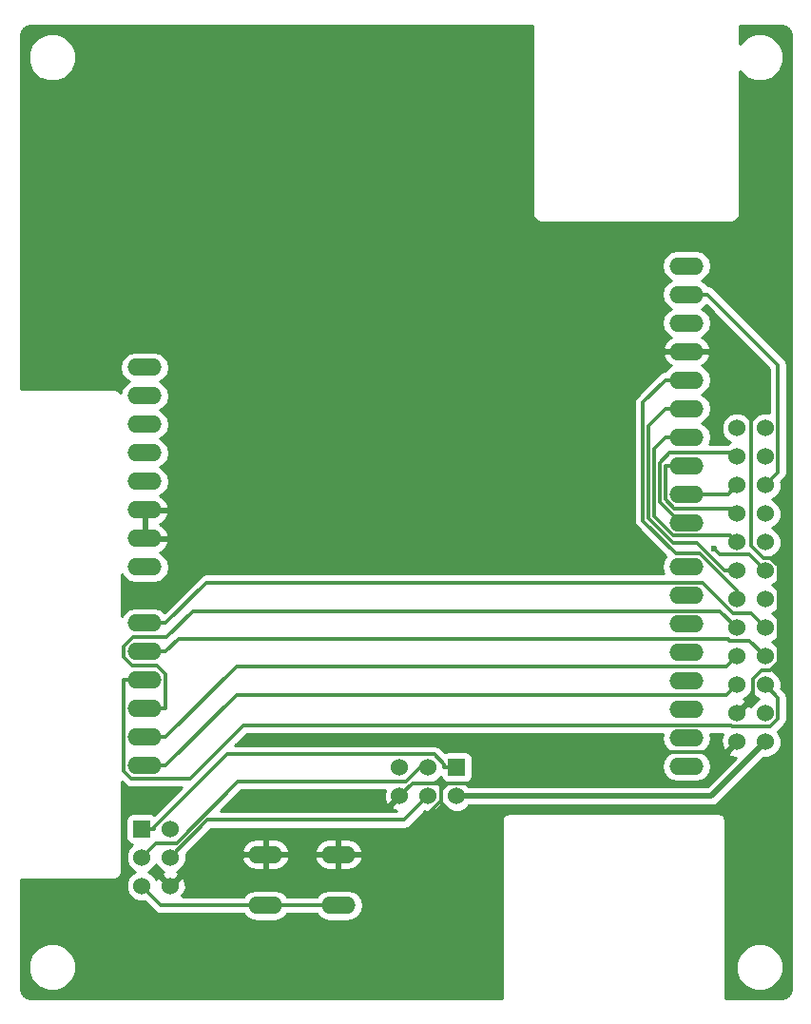
<source format=gbl>
G04 #@! TF.FileFunction,Copper,L2,Bot,Signal*
%FSLAX46Y46*%
G04 Gerber Fmt 4.6, Leading zero omitted, Abs format (unit mm)*
G04 Created by KiCad (PCBNEW 4.0.1-stable) date 2017/06/17 1:05:47*
%MOMM*%
G01*
G04 APERTURE LIST*
%ADD10C,0.050000*%
%ADD11R,1.524000X1.524000*%
%ADD12C,1.524000*%
%ADD13O,3.048000X1.524000*%
%ADD14C,0.600000*%
%ADD15C,0.500000*%
%ADD16C,0.300000*%
%ADD17C,0.254000*%
G04 APERTURE END LIST*
D10*
D11*
X118230000Y-122210000D03*
D12*
X120770000Y-122210000D03*
X118230000Y-124750000D03*
X120770000Y-124750000D03*
X118230000Y-127290000D03*
X120770000Y-127290000D03*
D13*
X118500000Y-103900000D03*
X118500000Y-106440000D03*
X118500000Y-108980000D03*
X118500000Y-111520000D03*
X118500000Y-114060000D03*
X118500000Y-116600000D03*
X129248800Y-124489400D03*
X135751200Y-124489400D03*
X129248800Y-129010600D03*
X135751200Y-129010600D03*
D12*
X171230000Y-86530000D03*
X173770000Y-86530000D03*
X171230000Y-89070000D03*
X173770000Y-89070000D03*
X171230000Y-91610000D03*
X173770000Y-91610000D03*
X171230000Y-94150000D03*
X173770000Y-94150000D03*
X171230000Y-96690000D03*
X173770000Y-96690000D03*
X171230000Y-99230000D03*
X173770000Y-99230000D03*
X171230000Y-101770000D03*
X173770000Y-101770000D03*
X171230000Y-104310000D03*
X173770000Y-104310000D03*
X171230000Y-106850000D03*
X173770000Y-106850000D03*
X171230000Y-109390000D03*
X173770000Y-109390000D03*
X171230000Y-111930000D03*
X173770000Y-111930000D03*
X171230000Y-114470000D03*
X173770000Y-114470000D03*
D13*
X118500000Y-81110000D03*
X118500000Y-83650000D03*
X118500000Y-86190000D03*
X118500000Y-88730000D03*
X118500000Y-91270000D03*
X118500000Y-93810000D03*
X118500000Y-96350000D03*
X118500000Y-98890000D03*
D11*
X146290000Y-116730000D03*
D12*
X146290000Y-119270000D03*
X143750000Y-116730000D03*
X143750000Y-119270000D03*
X141210000Y-116730000D03*
X141210000Y-119270000D03*
D13*
X166750000Y-72070000D03*
X166750000Y-74610000D03*
X166750000Y-77150000D03*
X166750000Y-79690000D03*
X166750000Y-82230000D03*
X166750000Y-84770000D03*
X166750000Y-87310000D03*
X166750000Y-89850000D03*
X166750000Y-92390000D03*
X166750000Y-94930000D03*
X166750000Y-116640000D03*
X166750000Y-114100000D03*
X166750000Y-111560000D03*
X166750000Y-109020000D03*
X166750000Y-106480000D03*
X166750000Y-103940000D03*
X166750000Y-101400000D03*
X166750000Y-98860000D03*
D14*
X169195300Y-97263300D03*
D15*
X168970000Y-119270000D02*
X146290000Y-119270000D01*
X173770000Y-114470000D02*
X168970000Y-119270000D01*
D16*
X123570600Y-124489400D02*
X120770000Y-127290000D01*
X129248800Y-124489400D02*
X123570600Y-124489400D01*
X149341000Y-118153800D02*
X144872200Y-118153800D01*
X152124800Y-115370000D02*
X149341000Y-118153800D01*
X170330000Y-115370000D02*
X152124800Y-115370000D01*
X171230000Y-114470000D02*
X170330000Y-115370000D01*
X142326200Y-118153800D02*
X141210000Y-119270000D01*
X144872200Y-118153800D02*
X142326200Y-118153800D01*
X129248800Y-124489400D02*
X135751200Y-124489400D01*
X144872200Y-119722700D02*
X144872200Y-118153800D01*
X140105500Y-124489400D02*
X144872200Y-119722700D01*
X135751200Y-124489400D02*
X140105500Y-124489400D01*
X172500000Y-83565700D02*
X168624300Y-79690000D01*
X172500000Y-97027300D02*
X172500000Y-83565700D01*
X173590300Y-98117600D02*
X172500000Y-97027300D01*
X174230700Y-98117600D02*
X173590300Y-98117600D01*
X174931200Y-98818100D02*
X174230700Y-98117600D01*
X174931200Y-107343500D02*
X174931200Y-98818100D01*
X174154700Y-108120000D02*
X174931200Y-107343500D01*
X173426800Y-108120000D02*
X174154700Y-108120000D01*
X172657600Y-108889200D02*
X173426800Y-108120000D01*
X172657600Y-110502400D02*
X172657600Y-108889200D01*
X171230000Y-111930000D02*
X172657600Y-110502400D01*
X166750000Y-79690000D02*
X168624300Y-79690000D01*
X170862500Y-88702500D02*
X171230000Y-89070000D01*
X165249700Y-88702500D02*
X170862500Y-88702500D01*
X164352400Y-89599800D02*
X165249700Y-88702500D01*
X164352400Y-93078400D02*
X164352400Y-89599800D01*
X166204000Y-94930000D02*
X164352400Y-93078400D01*
X166750000Y-94930000D02*
X166204000Y-94930000D01*
X170450000Y-92390000D02*
X171230000Y-91610000D01*
X166750000Y-92390000D02*
X170450000Y-92390000D01*
X174906000Y-80891700D02*
X168624300Y-74610000D01*
X174906000Y-90474000D02*
X174906000Y-80891700D01*
X173770000Y-91610000D02*
X174906000Y-90474000D01*
X166750000Y-74610000D02*
X168624300Y-74610000D01*
X166750000Y-89850000D02*
X164875700Y-89850000D01*
X164875700Y-92857300D02*
X164875700Y-89850000D01*
X165678300Y-93659900D02*
X164875700Y-92857300D01*
X170740000Y-93659900D02*
X165678300Y-93659900D01*
X170740000Y-93660000D02*
X170740000Y-93659900D01*
X171230000Y-94150000D02*
X170740000Y-93660000D01*
X166750000Y-87310000D02*
X164875700Y-87310000D01*
X163852100Y-88333600D02*
X164875700Y-87310000D01*
X163852100Y-94368200D02*
X163852100Y-88333600D01*
X165560000Y-96076100D02*
X163852100Y-94368200D01*
X170616100Y-96076100D02*
X165560000Y-96076100D01*
X171230000Y-96690000D02*
X170616100Y-96076100D01*
X166750000Y-84770000D02*
X164875700Y-84770000D01*
X170164300Y-99230000D02*
X171230000Y-99230000D01*
X167711900Y-96777600D02*
X170164300Y-99230000D01*
X165553900Y-96777600D02*
X167711900Y-96777600D01*
X163351800Y-94575500D02*
X165553900Y-96777600D01*
X163351800Y-86293900D02*
X163351800Y-94575500D01*
X164875700Y-84770000D02*
X163351800Y-86293900D01*
X169734400Y-97802400D02*
X169195300Y-97263300D01*
X172342400Y-97802400D02*
X169734400Y-97802400D01*
X173770000Y-99230000D02*
X172342400Y-97802400D01*
X166750000Y-82230000D02*
X164875700Y-82230000D01*
X171230000Y-101003100D02*
X171230000Y-101770000D01*
X171229900Y-101003100D02*
X171230000Y-101003100D01*
X167941400Y-97714600D02*
X171229900Y-101003100D01*
X165783400Y-97714600D02*
X167941400Y-97714600D01*
X162851500Y-94782700D02*
X165783400Y-97714600D01*
X162851500Y-84254200D02*
X162851500Y-94782700D01*
X164875700Y-82230000D02*
X162851500Y-84254200D01*
X118500000Y-111520000D02*
X120374300Y-111520000D01*
X169731200Y-102811200D02*
X171230000Y-104310000D01*
X122782400Y-102811200D02*
X169731200Y-102811200D01*
X120423600Y-105170000D02*
X122782400Y-102811200D01*
X117425100Y-105170000D02*
X120423600Y-105170000D01*
X116625600Y-105969500D02*
X117425100Y-105170000D01*
X116625600Y-106916500D02*
X116625600Y-105969500D01*
X117365600Y-107656500D02*
X116625600Y-106916500D01*
X119566000Y-107656500D02*
X117365600Y-107656500D01*
X120374300Y-108464800D02*
X119566000Y-107656500D01*
X120374300Y-111520000D02*
X120374300Y-108464800D01*
X123992400Y-100281900D02*
X120374300Y-103900000D01*
X168144500Y-100281900D02*
X123992400Y-100281900D01*
X170902600Y-103040000D02*
X168144500Y-100281900D01*
X172500000Y-103040000D02*
X170902600Y-103040000D01*
X173770000Y-104310000D02*
X172500000Y-103040000D01*
X118500000Y-103900000D02*
X120374300Y-103900000D01*
X126684300Y-107750000D02*
X120374300Y-114060000D01*
X170330000Y-107750000D02*
X126684300Y-107750000D01*
X171230000Y-106850000D02*
X170330000Y-107750000D01*
X118500000Y-114060000D02*
X120374300Y-114060000D01*
X121498300Y-105316000D02*
X120374300Y-106440000D01*
X170436100Y-105316000D02*
X121498300Y-105316000D01*
X170546200Y-105426100D02*
X170436100Y-105316000D01*
X172346100Y-105426100D02*
X170546200Y-105426100D01*
X173770000Y-106850000D02*
X172346100Y-105426100D01*
X118500000Y-106440000D02*
X120374300Y-106440000D01*
X126684300Y-110290000D02*
X120374300Y-116600000D01*
X170330000Y-110290000D02*
X126684300Y-110290000D01*
X171230000Y-109390000D02*
X170330000Y-110290000D01*
X118500000Y-116600000D02*
X120374300Y-116600000D01*
X116625700Y-117085000D02*
X116625700Y-108980000D01*
X117280200Y-117739500D02*
X116625700Y-117085000D01*
X122507500Y-117739500D02*
X117280200Y-117739500D01*
X127268800Y-112978200D02*
X122507500Y-117739500D01*
X170705000Y-112978200D02*
X127268800Y-112978200D01*
X170779100Y-113052300D02*
X170705000Y-112978200D01*
X174227000Y-113052300D02*
X170779100Y-113052300D01*
X174903600Y-112375700D02*
X174227000Y-113052300D01*
X174903600Y-110523600D02*
X174903600Y-112375700D01*
X173770000Y-109390000D02*
X174903600Y-110523600D01*
X118500000Y-108980000D02*
X116625700Y-108980000D01*
X146290000Y-116730000D02*
X145177700Y-116730000D01*
X118230000Y-122210000D02*
X119342300Y-122210000D01*
X145177700Y-116451900D02*
X145177700Y-116730000D01*
X144304400Y-115578600D02*
X145177700Y-116451900D01*
X125828200Y-115578600D02*
X144304400Y-115578600D01*
X119342300Y-122064500D02*
X125828200Y-115578600D01*
X119342300Y-122210000D02*
X119342300Y-122064500D01*
X119500000Y-123480000D02*
X118230000Y-124750000D01*
X121332300Y-123480000D02*
X119500000Y-123480000D01*
X126812300Y-118000000D02*
X121332300Y-123480000D01*
X141772300Y-118000000D02*
X126812300Y-118000000D01*
X143042300Y-116730000D02*
X141772300Y-118000000D01*
X143750000Y-116730000D02*
X143042300Y-116730000D01*
X141600000Y-121420000D02*
X143750000Y-119270000D01*
X124100000Y-121420000D02*
X141600000Y-121420000D01*
X120770000Y-124750000D02*
X124100000Y-121420000D01*
X135751200Y-129010600D02*
X129248800Y-129010600D01*
X119950600Y-129010600D02*
X118230000Y-127290000D01*
X129248800Y-129010600D02*
X119950600Y-129010600D01*
D17*
G36*
X153040000Y-67500000D02*
X153094046Y-67771705D01*
X153247954Y-68002046D01*
X153478295Y-68155954D01*
X153750000Y-68210000D01*
X170750000Y-68210000D01*
X171021705Y-68155954D01*
X171252046Y-68002046D01*
X171405954Y-67771705D01*
X171460000Y-67500000D01*
X171460000Y-54728857D01*
X172039041Y-55308909D01*
X172823459Y-55634628D01*
X173672815Y-55635370D01*
X174457800Y-55311020D01*
X175058909Y-54710959D01*
X175384628Y-53926541D01*
X175385370Y-53077185D01*
X175061020Y-52292200D01*
X174460959Y-51691091D01*
X173676541Y-51365372D01*
X172827185Y-51364630D01*
X172042200Y-51688980D01*
X171460000Y-52270165D01*
X171460000Y-50710000D01*
X175180073Y-50710000D01*
X175546996Y-50782986D01*
X175798780Y-50951223D01*
X175967014Y-51203003D01*
X176040000Y-51569927D01*
X176040000Y-136430073D01*
X175967014Y-136796997D01*
X175798780Y-137048777D01*
X175546996Y-137217014D01*
X175180073Y-137290000D01*
X170210000Y-137290000D01*
X170210000Y-134922815D01*
X171114630Y-134922815D01*
X171438980Y-135707800D01*
X172039041Y-136308909D01*
X172823459Y-136634628D01*
X173672815Y-136635370D01*
X174457800Y-136311020D01*
X175058909Y-135710959D01*
X175384628Y-134926541D01*
X175385370Y-134077185D01*
X175061020Y-133292200D01*
X174460959Y-132691091D01*
X173676541Y-132365372D01*
X172827185Y-132364630D01*
X172042200Y-132688980D01*
X171441091Y-133289041D01*
X171115372Y-134073459D01*
X171114630Y-134922815D01*
X170210000Y-134922815D01*
X170210000Y-121500000D01*
X170155954Y-121228295D01*
X170002046Y-120997954D01*
X169771705Y-120844046D01*
X169500000Y-120790000D01*
X151000000Y-120790000D01*
X150728295Y-120844046D01*
X150497954Y-120997954D01*
X150344046Y-121228295D01*
X150290000Y-121500000D01*
X150290000Y-137290000D01*
X108319927Y-137290000D01*
X107953003Y-137217014D01*
X107701223Y-137048780D01*
X107532986Y-136796996D01*
X107460000Y-136430073D01*
X107460000Y-134922815D01*
X108114630Y-134922815D01*
X108438980Y-135707800D01*
X109039041Y-136308909D01*
X109823459Y-136634628D01*
X110672815Y-136635370D01*
X111457800Y-136311020D01*
X112058909Y-135710959D01*
X112384628Y-134926541D01*
X112385370Y-134077185D01*
X112061020Y-133292200D01*
X111460959Y-132691091D01*
X110676541Y-132365372D01*
X109827185Y-132364630D01*
X109042200Y-132688980D01*
X108441091Y-133289041D01*
X108115372Y-134073459D01*
X108114630Y-134922815D01*
X107460000Y-134922815D01*
X107460000Y-126710000D01*
X115750000Y-126710000D01*
X116021705Y-126655954D01*
X116252046Y-126502046D01*
X116405954Y-126271705D01*
X116460000Y-126000000D01*
X116460000Y-118029458D01*
X116725121Y-118294579D01*
X116979794Y-118464745D01*
X117280200Y-118524500D01*
X121772142Y-118524500D01*
X119363409Y-120933233D01*
X119243890Y-120851569D01*
X118992000Y-120800560D01*
X117468000Y-120800560D01*
X117232683Y-120844838D01*
X117016559Y-120983910D01*
X116871569Y-121196110D01*
X116820560Y-121448000D01*
X116820560Y-122972000D01*
X116864838Y-123207317D01*
X117003910Y-123423441D01*
X117216110Y-123568431D01*
X117399124Y-123605492D01*
X117046371Y-123957630D01*
X116833243Y-124470900D01*
X116832758Y-125026661D01*
X117044990Y-125540303D01*
X117437630Y-125933629D01*
X117645512Y-126019949D01*
X117439697Y-126104990D01*
X117046371Y-126497630D01*
X116833243Y-127010900D01*
X116832758Y-127566661D01*
X117044990Y-128080303D01*
X117437630Y-128473629D01*
X117950900Y-128686757D01*
X118506661Y-128687242D01*
X118514037Y-128684195D01*
X119395521Y-129565679D01*
X119650194Y-129735845D01*
X119950600Y-129795600D01*
X127321149Y-129795600D01*
X127456675Y-129998428D01*
X127909894Y-130301260D01*
X128444503Y-130407600D01*
X130053097Y-130407600D01*
X130587706Y-130301260D01*
X131040925Y-129998428D01*
X131176451Y-129795600D01*
X133823549Y-129795600D01*
X133959075Y-129998428D01*
X134412294Y-130301260D01*
X134946903Y-130407600D01*
X136555497Y-130407600D01*
X137090106Y-130301260D01*
X137543325Y-129998428D01*
X137846157Y-129545209D01*
X137952497Y-129010600D01*
X137846157Y-128475991D01*
X137543325Y-128022772D01*
X137090106Y-127719940D01*
X136555497Y-127613600D01*
X134946903Y-127613600D01*
X134412294Y-127719940D01*
X133959075Y-128022772D01*
X133823549Y-128225600D01*
X131176451Y-128225600D01*
X131040925Y-128022772D01*
X130587706Y-127719940D01*
X130053097Y-127613600D01*
X128444503Y-127613600D01*
X127909894Y-127719940D01*
X127456675Y-128022772D01*
X127321149Y-128225600D01*
X121845244Y-128225600D01*
X121865226Y-128205618D01*
X121750215Y-128090607D01*
X121992397Y-128021143D01*
X122179144Y-127497698D01*
X122151362Y-126942632D01*
X121992397Y-126558857D01*
X121750213Y-126489392D01*
X120949605Y-127290000D01*
X120963748Y-127304143D01*
X120784143Y-127483748D01*
X120770000Y-127469605D01*
X120755858Y-127483748D01*
X120576253Y-127304143D01*
X120590395Y-127290000D01*
X119789787Y-126489392D01*
X119547603Y-126558857D01*
X119497491Y-126699318D01*
X119415010Y-126499697D01*
X119022370Y-126106371D01*
X118814488Y-126020051D01*
X119020303Y-125935010D01*
X119413629Y-125542370D01*
X119499949Y-125334488D01*
X119584990Y-125540303D01*
X119977630Y-125933629D01*
X120169727Y-126013395D01*
X120038857Y-126067603D01*
X119969392Y-126309787D01*
X120770000Y-127110395D01*
X121570608Y-126309787D01*
X121501143Y-126067603D01*
X121360682Y-126017491D01*
X121560303Y-125935010D01*
X121953629Y-125542370D01*
X122166757Y-125029100D01*
X122166928Y-124832470D01*
X127132580Y-124832470D01*
X127147540Y-124906677D01*
X127409170Y-125387426D01*
X127834859Y-125731459D01*
X128359800Y-125886400D01*
X129121800Y-125886400D01*
X129121800Y-124616400D01*
X129375800Y-124616400D01*
X129375800Y-125886400D01*
X130137800Y-125886400D01*
X130662741Y-125731459D01*
X131088430Y-125387426D01*
X131350060Y-124906677D01*
X131365020Y-124832470D01*
X133634980Y-124832470D01*
X133649940Y-124906677D01*
X133911570Y-125387426D01*
X134337259Y-125731459D01*
X134862200Y-125886400D01*
X135624200Y-125886400D01*
X135624200Y-124616400D01*
X135878200Y-124616400D01*
X135878200Y-125886400D01*
X136640200Y-125886400D01*
X137165141Y-125731459D01*
X137590830Y-125387426D01*
X137852460Y-124906677D01*
X137867420Y-124832470D01*
X137744920Y-124616400D01*
X135878200Y-124616400D01*
X135624200Y-124616400D01*
X133757480Y-124616400D01*
X133634980Y-124832470D01*
X131365020Y-124832470D01*
X131242520Y-124616400D01*
X129375800Y-124616400D01*
X129121800Y-124616400D01*
X127255080Y-124616400D01*
X127132580Y-124832470D01*
X122166928Y-124832470D01*
X122167242Y-124473339D01*
X122164195Y-124465963D01*
X122483828Y-124146330D01*
X127132580Y-124146330D01*
X127255080Y-124362400D01*
X129121800Y-124362400D01*
X129121800Y-123092400D01*
X129375800Y-123092400D01*
X129375800Y-124362400D01*
X131242520Y-124362400D01*
X131365020Y-124146330D01*
X133634980Y-124146330D01*
X133757480Y-124362400D01*
X135624200Y-124362400D01*
X135624200Y-123092400D01*
X135878200Y-123092400D01*
X135878200Y-124362400D01*
X137744920Y-124362400D01*
X137867420Y-124146330D01*
X137852460Y-124072123D01*
X137590830Y-123591374D01*
X137165141Y-123247341D01*
X136640200Y-123092400D01*
X135878200Y-123092400D01*
X135624200Y-123092400D01*
X134862200Y-123092400D01*
X134337259Y-123247341D01*
X133911570Y-123591374D01*
X133649940Y-124072123D01*
X133634980Y-124146330D01*
X131365020Y-124146330D01*
X131350060Y-124072123D01*
X131088430Y-123591374D01*
X130662741Y-123247341D01*
X130137800Y-123092400D01*
X129375800Y-123092400D01*
X129121800Y-123092400D01*
X128359800Y-123092400D01*
X127834859Y-123247341D01*
X127409170Y-123591374D01*
X127147540Y-124072123D01*
X127132580Y-124146330D01*
X122483828Y-124146330D01*
X124425158Y-122205000D01*
X141600000Y-122205000D01*
X141900407Y-122145245D01*
X142155079Y-121975079D01*
X143465601Y-120664557D01*
X143470900Y-120666757D01*
X144026661Y-120667242D01*
X144540303Y-120455010D01*
X144933629Y-120062370D01*
X145019949Y-119854488D01*
X145104990Y-120060303D01*
X145497630Y-120453629D01*
X146010900Y-120666757D01*
X146566661Y-120667242D01*
X147080303Y-120455010D01*
X147380837Y-120155000D01*
X168969995Y-120155000D01*
X168970000Y-120155001D01*
X169252484Y-120098810D01*
X169308675Y-120087633D01*
X169595790Y-119895790D01*
X173624705Y-115866874D01*
X174046661Y-115867242D01*
X174560303Y-115655010D01*
X174953629Y-115262370D01*
X175166757Y-114749100D01*
X175167242Y-114193339D01*
X174955010Y-113679697D01*
X174832493Y-113556965D01*
X175458679Y-112930779D01*
X175628845Y-112676106D01*
X175688600Y-112375700D01*
X175688600Y-110523600D01*
X175628845Y-110223194D01*
X175458679Y-109968521D01*
X175458676Y-109968519D01*
X175164557Y-109674399D01*
X175166757Y-109669100D01*
X175167242Y-109113339D01*
X174955010Y-108599697D01*
X174562370Y-108206371D01*
X174354488Y-108120051D01*
X174560303Y-108035010D01*
X174953629Y-107642370D01*
X175166757Y-107129100D01*
X175167242Y-106573339D01*
X174955010Y-106059697D01*
X174562370Y-105666371D01*
X174354488Y-105580051D01*
X174560303Y-105495010D01*
X174953629Y-105102370D01*
X175166757Y-104589100D01*
X175167242Y-104033339D01*
X174955010Y-103519697D01*
X174562370Y-103126371D01*
X174354488Y-103040051D01*
X174560303Y-102955010D01*
X174953629Y-102562370D01*
X175166757Y-102049100D01*
X175167242Y-101493339D01*
X174955010Y-100979697D01*
X174562370Y-100586371D01*
X174354488Y-100500051D01*
X174560303Y-100415010D01*
X174953629Y-100022370D01*
X175166757Y-99509100D01*
X175167242Y-98953339D01*
X174955010Y-98439697D01*
X174562370Y-98046371D01*
X174354488Y-97960051D01*
X174560303Y-97875010D01*
X174953629Y-97482370D01*
X175166757Y-96969100D01*
X175167242Y-96413339D01*
X174955010Y-95899697D01*
X174562370Y-95506371D01*
X174354488Y-95420051D01*
X174560303Y-95335010D01*
X174953629Y-94942370D01*
X175166757Y-94429100D01*
X175167242Y-93873339D01*
X174955010Y-93359697D01*
X174562370Y-92966371D01*
X174354488Y-92880051D01*
X174560303Y-92795010D01*
X174953629Y-92402370D01*
X175166757Y-91889100D01*
X175167242Y-91333339D01*
X175164195Y-91325963D01*
X175461079Y-91029079D01*
X175631245Y-90774406D01*
X175691001Y-90474000D01*
X175691000Y-90473995D01*
X175691000Y-80891700D01*
X175631245Y-80591294D01*
X175631245Y-80591293D01*
X175461079Y-80336621D01*
X169179379Y-74054921D01*
X168924707Y-73884755D01*
X168685828Y-73837239D01*
X168542125Y-73622172D01*
X168119826Y-73340000D01*
X168542125Y-73057828D01*
X168844957Y-72604609D01*
X168951297Y-72070000D01*
X168844957Y-71535391D01*
X168542125Y-71082172D01*
X168088906Y-70779340D01*
X167554297Y-70673000D01*
X165945703Y-70673000D01*
X165411094Y-70779340D01*
X164957875Y-71082172D01*
X164655043Y-71535391D01*
X164548703Y-72070000D01*
X164655043Y-72604609D01*
X164957875Y-73057828D01*
X165380174Y-73340000D01*
X164957875Y-73622172D01*
X164655043Y-74075391D01*
X164548703Y-74610000D01*
X164655043Y-75144609D01*
X164957875Y-75597828D01*
X165380174Y-75880000D01*
X164957875Y-76162172D01*
X164655043Y-76615391D01*
X164548703Y-77150000D01*
X164655043Y-77684609D01*
X164957875Y-78137828D01*
X165395662Y-78430349D01*
X165336059Y-78447941D01*
X164910370Y-78791974D01*
X164648740Y-79272723D01*
X164633780Y-79346930D01*
X164756280Y-79563000D01*
X166623000Y-79563000D01*
X166623000Y-79543000D01*
X166877000Y-79543000D01*
X166877000Y-79563000D01*
X168743720Y-79563000D01*
X168866220Y-79346930D01*
X168851260Y-79272723D01*
X168589630Y-78791974D01*
X168163941Y-78447941D01*
X168104338Y-78430349D01*
X168542125Y-78137828D01*
X168844957Y-77684609D01*
X168951297Y-77150000D01*
X168844957Y-76615391D01*
X168542125Y-76162172D01*
X168119826Y-75880000D01*
X168518054Y-75613912D01*
X174121000Y-81216858D01*
X174121000Y-85163098D01*
X174049100Y-85133243D01*
X173493339Y-85132758D01*
X172979697Y-85344990D01*
X172586371Y-85737630D01*
X172500051Y-85945512D01*
X172415010Y-85739697D01*
X172022370Y-85346371D01*
X171509100Y-85133243D01*
X170953339Y-85132758D01*
X170439697Y-85344990D01*
X170046371Y-85737630D01*
X169833243Y-86250900D01*
X169832758Y-86806661D01*
X170044990Y-87320303D01*
X170437630Y-87713629D01*
X170645512Y-87799949D01*
X170439697Y-87884990D01*
X170407130Y-87917500D01*
X168796253Y-87917500D01*
X168844957Y-87844609D01*
X168951297Y-87310000D01*
X168844957Y-86775391D01*
X168542125Y-86322172D01*
X168119826Y-86040000D01*
X168542125Y-85757828D01*
X168844957Y-85304609D01*
X168951297Y-84770000D01*
X168844957Y-84235391D01*
X168542125Y-83782172D01*
X168119826Y-83500000D01*
X168542125Y-83217828D01*
X168844957Y-82764609D01*
X168951297Y-82230000D01*
X168844957Y-81695391D01*
X168542125Y-81242172D01*
X168104338Y-80949651D01*
X168163941Y-80932059D01*
X168589630Y-80588026D01*
X168851260Y-80107277D01*
X168866220Y-80033070D01*
X168743720Y-79817000D01*
X166877000Y-79817000D01*
X166877000Y-79837000D01*
X166623000Y-79837000D01*
X166623000Y-79817000D01*
X164756280Y-79817000D01*
X164633780Y-80033070D01*
X164648740Y-80107277D01*
X164910370Y-80588026D01*
X165336059Y-80932059D01*
X165395662Y-80949651D01*
X164957875Y-81242172D01*
X164814172Y-81457239D01*
X164575293Y-81504755D01*
X164320621Y-81674921D01*
X162296421Y-83699121D01*
X162126255Y-83953793D01*
X162080343Y-84184609D01*
X162066500Y-84254200D01*
X162066500Y-94782700D01*
X162126255Y-95083107D01*
X162296421Y-95337779D01*
X164906981Y-97948339D01*
X164655043Y-98325391D01*
X164548703Y-98860000D01*
X164655043Y-99394609D01*
X164723392Y-99496900D01*
X123992400Y-99496900D01*
X123691993Y-99556655D01*
X123437321Y-99726821D01*
X120268054Y-102896088D01*
X119838906Y-102609340D01*
X119304297Y-102503000D01*
X117695703Y-102503000D01*
X117161094Y-102609340D01*
X116707875Y-102912172D01*
X116460000Y-103283142D01*
X116460000Y-99506858D01*
X116707875Y-99877828D01*
X117161094Y-100180660D01*
X117695703Y-100287000D01*
X119304297Y-100287000D01*
X119838906Y-100180660D01*
X120292125Y-99877828D01*
X120594957Y-99424609D01*
X120701297Y-98890000D01*
X120594957Y-98355391D01*
X120292125Y-97902172D01*
X119854338Y-97609651D01*
X119913941Y-97592059D01*
X120339630Y-97248026D01*
X120601260Y-96767277D01*
X120616220Y-96693070D01*
X120493720Y-96477000D01*
X118627000Y-96477000D01*
X118627000Y-96497000D01*
X118373000Y-96497000D01*
X118373000Y-96477000D01*
X118353000Y-96477000D01*
X118353000Y-96223000D01*
X118373000Y-96223000D01*
X118373000Y-93937000D01*
X118627000Y-93937000D01*
X118627000Y-96223000D01*
X120493720Y-96223000D01*
X120616220Y-96006930D01*
X120601260Y-95932723D01*
X120339630Y-95451974D01*
X119913941Y-95107941D01*
X119819277Y-95080000D01*
X119913941Y-95052059D01*
X120339630Y-94708026D01*
X120601260Y-94227277D01*
X120616220Y-94153070D01*
X120493720Y-93937000D01*
X118627000Y-93937000D01*
X118373000Y-93937000D01*
X118353000Y-93937000D01*
X118353000Y-93683000D01*
X118373000Y-93683000D01*
X118373000Y-93663000D01*
X118627000Y-93663000D01*
X118627000Y-93683000D01*
X120493720Y-93683000D01*
X120616220Y-93466930D01*
X120601260Y-93392723D01*
X120339630Y-92911974D01*
X119913941Y-92567941D01*
X119854338Y-92550349D01*
X120292125Y-92257828D01*
X120594957Y-91804609D01*
X120701297Y-91270000D01*
X120594957Y-90735391D01*
X120292125Y-90282172D01*
X119869826Y-90000000D01*
X120292125Y-89717828D01*
X120594957Y-89264609D01*
X120701297Y-88730000D01*
X120594957Y-88195391D01*
X120292125Y-87742172D01*
X119869826Y-87460000D01*
X120292125Y-87177828D01*
X120594957Y-86724609D01*
X120701297Y-86190000D01*
X120594957Y-85655391D01*
X120292125Y-85202172D01*
X119869826Y-84920000D01*
X120292125Y-84637828D01*
X120594957Y-84184609D01*
X120701297Y-83650000D01*
X120594957Y-83115391D01*
X120292125Y-82662172D01*
X119869826Y-82380000D01*
X120292125Y-82097828D01*
X120594957Y-81644609D01*
X120701297Y-81110000D01*
X120594957Y-80575391D01*
X120292125Y-80122172D01*
X119838906Y-79819340D01*
X119304297Y-79713000D01*
X117695703Y-79713000D01*
X117161094Y-79819340D01*
X116707875Y-80122172D01*
X116405043Y-80575391D01*
X116298703Y-81110000D01*
X116405043Y-81644609D01*
X116707875Y-82097828D01*
X117130174Y-82380000D01*
X116707875Y-82662172D01*
X116405043Y-83115391D01*
X116349626Y-83393993D01*
X116252046Y-83247954D01*
X116021705Y-83094046D01*
X115750000Y-83040000D01*
X107460000Y-83040000D01*
X107460000Y-53922815D01*
X108114630Y-53922815D01*
X108438980Y-54707800D01*
X109039041Y-55308909D01*
X109823459Y-55634628D01*
X110672815Y-55635370D01*
X111457800Y-55311020D01*
X112058909Y-54710959D01*
X112384628Y-53926541D01*
X112385370Y-53077185D01*
X112061020Y-52292200D01*
X111460959Y-51691091D01*
X110676541Y-51365372D01*
X109827185Y-51364630D01*
X109042200Y-51688980D01*
X108441091Y-52289041D01*
X108115372Y-53073459D01*
X108114630Y-53922815D01*
X107460000Y-53922815D01*
X107460000Y-51569927D01*
X107532986Y-51203004D01*
X107701223Y-50951220D01*
X107953003Y-50782986D01*
X108319927Y-50710000D01*
X153040000Y-50710000D01*
X153040000Y-67500000D01*
X153040000Y-67500000D01*
G37*
X153040000Y-67500000D02*
X153094046Y-67771705D01*
X153247954Y-68002046D01*
X153478295Y-68155954D01*
X153750000Y-68210000D01*
X170750000Y-68210000D01*
X171021705Y-68155954D01*
X171252046Y-68002046D01*
X171405954Y-67771705D01*
X171460000Y-67500000D01*
X171460000Y-54728857D01*
X172039041Y-55308909D01*
X172823459Y-55634628D01*
X173672815Y-55635370D01*
X174457800Y-55311020D01*
X175058909Y-54710959D01*
X175384628Y-53926541D01*
X175385370Y-53077185D01*
X175061020Y-52292200D01*
X174460959Y-51691091D01*
X173676541Y-51365372D01*
X172827185Y-51364630D01*
X172042200Y-51688980D01*
X171460000Y-52270165D01*
X171460000Y-50710000D01*
X175180073Y-50710000D01*
X175546996Y-50782986D01*
X175798780Y-50951223D01*
X175967014Y-51203003D01*
X176040000Y-51569927D01*
X176040000Y-136430073D01*
X175967014Y-136796997D01*
X175798780Y-137048777D01*
X175546996Y-137217014D01*
X175180073Y-137290000D01*
X170210000Y-137290000D01*
X170210000Y-134922815D01*
X171114630Y-134922815D01*
X171438980Y-135707800D01*
X172039041Y-136308909D01*
X172823459Y-136634628D01*
X173672815Y-136635370D01*
X174457800Y-136311020D01*
X175058909Y-135710959D01*
X175384628Y-134926541D01*
X175385370Y-134077185D01*
X175061020Y-133292200D01*
X174460959Y-132691091D01*
X173676541Y-132365372D01*
X172827185Y-132364630D01*
X172042200Y-132688980D01*
X171441091Y-133289041D01*
X171115372Y-134073459D01*
X171114630Y-134922815D01*
X170210000Y-134922815D01*
X170210000Y-121500000D01*
X170155954Y-121228295D01*
X170002046Y-120997954D01*
X169771705Y-120844046D01*
X169500000Y-120790000D01*
X151000000Y-120790000D01*
X150728295Y-120844046D01*
X150497954Y-120997954D01*
X150344046Y-121228295D01*
X150290000Y-121500000D01*
X150290000Y-137290000D01*
X108319927Y-137290000D01*
X107953003Y-137217014D01*
X107701223Y-137048780D01*
X107532986Y-136796996D01*
X107460000Y-136430073D01*
X107460000Y-134922815D01*
X108114630Y-134922815D01*
X108438980Y-135707800D01*
X109039041Y-136308909D01*
X109823459Y-136634628D01*
X110672815Y-136635370D01*
X111457800Y-136311020D01*
X112058909Y-135710959D01*
X112384628Y-134926541D01*
X112385370Y-134077185D01*
X112061020Y-133292200D01*
X111460959Y-132691091D01*
X110676541Y-132365372D01*
X109827185Y-132364630D01*
X109042200Y-132688980D01*
X108441091Y-133289041D01*
X108115372Y-134073459D01*
X108114630Y-134922815D01*
X107460000Y-134922815D01*
X107460000Y-126710000D01*
X115750000Y-126710000D01*
X116021705Y-126655954D01*
X116252046Y-126502046D01*
X116405954Y-126271705D01*
X116460000Y-126000000D01*
X116460000Y-118029458D01*
X116725121Y-118294579D01*
X116979794Y-118464745D01*
X117280200Y-118524500D01*
X121772142Y-118524500D01*
X119363409Y-120933233D01*
X119243890Y-120851569D01*
X118992000Y-120800560D01*
X117468000Y-120800560D01*
X117232683Y-120844838D01*
X117016559Y-120983910D01*
X116871569Y-121196110D01*
X116820560Y-121448000D01*
X116820560Y-122972000D01*
X116864838Y-123207317D01*
X117003910Y-123423441D01*
X117216110Y-123568431D01*
X117399124Y-123605492D01*
X117046371Y-123957630D01*
X116833243Y-124470900D01*
X116832758Y-125026661D01*
X117044990Y-125540303D01*
X117437630Y-125933629D01*
X117645512Y-126019949D01*
X117439697Y-126104990D01*
X117046371Y-126497630D01*
X116833243Y-127010900D01*
X116832758Y-127566661D01*
X117044990Y-128080303D01*
X117437630Y-128473629D01*
X117950900Y-128686757D01*
X118506661Y-128687242D01*
X118514037Y-128684195D01*
X119395521Y-129565679D01*
X119650194Y-129735845D01*
X119950600Y-129795600D01*
X127321149Y-129795600D01*
X127456675Y-129998428D01*
X127909894Y-130301260D01*
X128444503Y-130407600D01*
X130053097Y-130407600D01*
X130587706Y-130301260D01*
X131040925Y-129998428D01*
X131176451Y-129795600D01*
X133823549Y-129795600D01*
X133959075Y-129998428D01*
X134412294Y-130301260D01*
X134946903Y-130407600D01*
X136555497Y-130407600D01*
X137090106Y-130301260D01*
X137543325Y-129998428D01*
X137846157Y-129545209D01*
X137952497Y-129010600D01*
X137846157Y-128475991D01*
X137543325Y-128022772D01*
X137090106Y-127719940D01*
X136555497Y-127613600D01*
X134946903Y-127613600D01*
X134412294Y-127719940D01*
X133959075Y-128022772D01*
X133823549Y-128225600D01*
X131176451Y-128225600D01*
X131040925Y-128022772D01*
X130587706Y-127719940D01*
X130053097Y-127613600D01*
X128444503Y-127613600D01*
X127909894Y-127719940D01*
X127456675Y-128022772D01*
X127321149Y-128225600D01*
X121845244Y-128225600D01*
X121865226Y-128205618D01*
X121750215Y-128090607D01*
X121992397Y-128021143D01*
X122179144Y-127497698D01*
X122151362Y-126942632D01*
X121992397Y-126558857D01*
X121750213Y-126489392D01*
X120949605Y-127290000D01*
X120963748Y-127304143D01*
X120784143Y-127483748D01*
X120770000Y-127469605D01*
X120755858Y-127483748D01*
X120576253Y-127304143D01*
X120590395Y-127290000D01*
X119789787Y-126489392D01*
X119547603Y-126558857D01*
X119497491Y-126699318D01*
X119415010Y-126499697D01*
X119022370Y-126106371D01*
X118814488Y-126020051D01*
X119020303Y-125935010D01*
X119413629Y-125542370D01*
X119499949Y-125334488D01*
X119584990Y-125540303D01*
X119977630Y-125933629D01*
X120169727Y-126013395D01*
X120038857Y-126067603D01*
X119969392Y-126309787D01*
X120770000Y-127110395D01*
X121570608Y-126309787D01*
X121501143Y-126067603D01*
X121360682Y-126017491D01*
X121560303Y-125935010D01*
X121953629Y-125542370D01*
X122166757Y-125029100D01*
X122166928Y-124832470D01*
X127132580Y-124832470D01*
X127147540Y-124906677D01*
X127409170Y-125387426D01*
X127834859Y-125731459D01*
X128359800Y-125886400D01*
X129121800Y-125886400D01*
X129121800Y-124616400D01*
X129375800Y-124616400D01*
X129375800Y-125886400D01*
X130137800Y-125886400D01*
X130662741Y-125731459D01*
X131088430Y-125387426D01*
X131350060Y-124906677D01*
X131365020Y-124832470D01*
X133634980Y-124832470D01*
X133649940Y-124906677D01*
X133911570Y-125387426D01*
X134337259Y-125731459D01*
X134862200Y-125886400D01*
X135624200Y-125886400D01*
X135624200Y-124616400D01*
X135878200Y-124616400D01*
X135878200Y-125886400D01*
X136640200Y-125886400D01*
X137165141Y-125731459D01*
X137590830Y-125387426D01*
X137852460Y-124906677D01*
X137867420Y-124832470D01*
X137744920Y-124616400D01*
X135878200Y-124616400D01*
X135624200Y-124616400D01*
X133757480Y-124616400D01*
X133634980Y-124832470D01*
X131365020Y-124832470D01*
X131242520Y-124616400D01*
X129375800Y-124616400D01*
X129121800Y-124616400D01*
X127255080Y-124616400D01*
X127132580Y-124832470D01*
X122166928Y-124832470D01*
X122167242Y-124473339D01*
X122164195Y-124465963D01*
X122483828Y-124146330D01*
X127132580Y-124146330D01*
X127255080Y-124362400D01*
X129121800Y-124362400D01*
X129121800Y-123092400D01*
X129375800Y-123092400D01*
X129375800Y-124362400D01*
X131242520Y-124362400D01*
X131365020Y-124146330D01*
X133634980Y-124146330D01*
X133757480Y-124362400D01*
X135624200Y-124362400D01*
X135624200Y-123092400D01*
X135878200Y-123092400D01*
X135878200Y-124362400D01*
X137744920Y-124362400D01*
X137867420Y-124146330D01*
X137852460Y-124072123D01*
X137590830Y-123591374D01*
X137165141Y-123247341D01*
X136640200Y-123092400D01*
X135878200Y-123092400D01*
X135624200Y-123092400D01*
X134862200Y-123092400D01*
X134337259Y-123247341D01*
X133911570Y-123591374D01*
X133649940Y-124072123D01*
X133634980Y-124146330D01*
X131365020Y-124146330D01*
X131350060Y-124072123D01*
X131088430Y-123591374D01*
X130662741Y-123247341D01*
X130137800Y-123092400D01*
X129375800Y-123092400D01*
X129121800Y-123092400D01*
X128359800Y-123092400D01*
X127834859Y-123247341D01*
X127409170Y-123591374D01*
X127147540Y-124072123D01*
X127132580Y-124146330D01*
X122483828Y-124146330D01*
X124425158Y-122205000D01*
X141600000Y-122205000D01*
X141900407Y-122145245D01*
X142155079Y-121975079D01*
X143465601Y-120664557D01*
X143470900Y-120666757D01*
X144026661Y-120667242D01*
X144540303Y-120455010D01*
X144933629Y-120062370D01*
X145019949Y-119854488D01*
X145104990Y-120060303D01*
X145497630Y-120453629D01*
X146010900Y-120666757D01*
X146566661Y-120667242D01*
X147080303Y-120455010D01*
X147380837Y-120155000D01*
X168969995Y-120155000D01*
X168970000Y-120155001D01*
X169252484Y-120098810D01*
X169308675Y-120087633D01*
X169595790Y-119895790D01*
X173624705Y-115866874D01*
X174046661Y-115867242D01*
X174560303Y-115655010D01*
X174953629Y-115262370D01*
X175166757Y-114749100D01*
X175167242Y-114193339D01*
X174955010Y-113679697D01*
X174832493Y-113556965D01*
X175458679Y-112930779D01*
X175628845Y-112676106D01*
X175688600Y-112375700D01*
X175688600Y-110523600D01*
X175628845Y-110223194D01*
X175458679Y-109968521D01*
X175458676Y-109968519D01*
X175164557Y-109674399D01*
X175166757Y-109669100D01*
X175167242Y-109113339D01*
X174955010Y-108599697D01*
X174562370Y-108206371D01*
X174354488Y-108120051D01*
X174560303Y-108035010D01*
X174953629Y-107642370D01*
X175166757Y-107129100D01*
X175167242Y-106573339D01*
X174955010Y-106059697D01*
X174562370Y-105666371D01*
X174354488Y-105580051D01*
X174560303Y-105495010D01*
X174953629Y-105102370D01*
X175166757Y-104589100D01*
X175167242Y-104033339D01*
X174955010Y-103519697D01*
X174562370Y-103126371D01*
X174354488Y-103040051D01*
X174560303Y-102955010D01*
X174953629Y-102562370D01*
X175166757Y-102049100D01*
X175167242Y-101493339D01*
X174955010Y-100979697D01*
X174562370Y-100586371D01*
X174354488Y-100500051D01*
X174560303Y-100415010D01*
X174953629Y-100022370D01*
X175166757Y-99509100D01*
X175167242Y-98953339D01*
X174955010Y-98439697D01*
X174562370Y-98046371D01*
X174354488Y-97960051D01*
X174560303Y-97875010D01*
X174953629Y-97482370D01*
X175166757Y-96969100D01*
X175167242Y-96413339D01*
X174955010Y-95899697D01*
X174562370Y-95506371D01*
X174354488Y-95420051D01*
X174560303Y-95335010D01*
X174953629Y-94942370D01*
X175166757Y-94429100D01*
X175167242Y-93873339D01*
X174955010Y-93359697D01*
X174562370Y-92966371D01*
X174354488Y-92880051D01*
X174560303Y-92795010D01*
X174953629Y-92402370D01*
X175166757Y-91889100D01*
X175167242Y-91333339D01*
X175164195Y-91325963D01*
X175461079Y-91029079D01*
X175631245Y-90774406D01*
X175691001Y-90474000D01*
X175691000Y-90473995D01*
X175691000Y-80891700D01*
X175631245Y-80591294D01*
X175631245Y-80591293D01*
X175461079Y-80336621D01*
X169179379Y-74054921D01*
X168924707Y-73884755D01*
X168685828Y-73837239D01*
X168542125Y-73622172D01*
X168119826Y-73340000D01*
X168542125Y-73057828D01*
X168844957Y-72604609D01*
X168951297Y-72070000D01*
X168844957Y-71535391D01*
X168542125Y-71082172D01*
X168088906Y-70779340D01*
X167554297Y-70673000D01*
X165945703Y-70673000D01*
X165411094Y-70779340D01*
X164957875Y-71082172D01*
X164655043Y-71535391D01*
X164548703Y-72070000D01*
X164655043Y-72604609D01*
X164957875Y-73057828D01*
X165380174Y-73340000D01*
X164957875Y-73622172D01*
X164655043Y-74075391D01*
X164548703Y-74610000D01*
X164655043Y-75144609D01*
X164957875Y-75597828D01*
X165380174Y-75880000D01*
X164957875Y-76162172D01*
X164655043Y-76615391D01*
X164548703Y-77150000D01*
X164655043Y-77684609D01*
X164957875Y-78137828D01*
X165395662Y-78430349D01*
X165336059Y-78447941D01*
X164910370Y-78791974D01*
X164648740Y-79272723D01*
X164633780Y-79346930D01*
X164756280Y-79563000D01*
X166623000Y-79563000D01*
X166623000Y-79543000D01*
X166877000Y-79543000D01*
X166877000Y-79563000D01*
X168743720Y-79563000D01*
X168866220Y-79346930D01*
X168851260Y-79272723D01*
X168589630Y-78791974D01*
X168163941Y-78447941D01*
X168104338Y-78430349D01*
X168542125Y-78137828D01*
X168844957Y-77684609D01*
X168951297Y-77150000D01*
X168844957Y-76615391D01*
X168542125Y-76162172D01*
X168119826Y-75880000D01*
X168518054Y-75613912D01*
X174121000Y-81216858D01*
X174121000Y-85163098D01*
X174049100Y-85133243D01*
X173493339Y-85132758D01*
X172979697Y-85344990D01*
X172586371Y-85737630D01*
X172500051Y-85945512D01*
X172415010Y-85739697D01*
X172022370Y-85346371D01*
X171509100Y-85133243D01*
X170953339Y-85132758D01*
X170439697Y-85344990D01*
X170046371Y-85737630D01*
X169833243Y-86250900D01*
X169832758Y-86806661D01*
X170044990Y-87320303D01*
X170437630Y-87713629D01*
X170645512Y-87799949D01*
X170439697Y-87884990D01*
X170407130Y-87917500D01*
X168796253Y-87917500D01*
X168844957Y-87844609D01*
X168951297Y-87310000D01*
X168844957Y-86775391D01*
X168542125Y-86322172D01*
X168119826Y-86040000D01*
X168542125Y-85757828D01*
X168844957Y-85304609D01*
X168951297Y-84770000D01*
X168844957Y-84235391D01*
X168542125Y-83782172D01*
X168119826Y-83500000D01*
X168542125Y-83217828D01*
X168844957Y-82764609D01*
X168951297Y-82230000D01*
X168844957Y-81695391D01*
X168542125Y-81242172D01*
X168104338Y-80949651D01*
X168163941Y-80932059D01*
X168589630Y-80588026D01*
X168851260Y-80107277D01*
X168866220Y-80033070D01*
X168743720Y-79817000D01*
X166877000Y-79817000D01*
X166877000Y-79837000D01*
X166623000Y-79837000D01*
X166623000Y-79817000D01*
X164756280Y-79817000D01*
X164633780Y-80033070D01*
X164648740Y-80107277D01*
X164910370Y-80588026D01*
X165336059Y-80932059D01*
X165395662Y-80949651D01*
X164957875Y-81242172D01*
X164814172Y-81457239D01*
X164575293Y-81504755D01*
X164320621Y-81674921D01*
X162296421Y-83699121D01*
X162126255Y-83953793D01*
X162080343Y-84184609D01*
X162066500Y-84254200D01*
X162066500Y-94782700D01*
X162126255Y-95083107D01*
X162296421Y-95337779D01*
X164906981Y-97948339D01*
X164655043Y-98325391D01*
X164548703Y-98860000D01*
X164655043Y-99394609D01*
X164723392Y-99496900D01*
X123992400Y-99496900D01*
X123691993Y-99556655D01*
X123437321Y-99726821D01*
X120268054Y-102896088D01*
X119838906Y-102609340D01*
X119304297Y-102503000D01*
X117695703Y-102503000D01*
X117161094Y-102609340D01*
X116707875Y-102912172D01*
X116460000Y-103283142D01*
X116460000Y-99506858D01*
X116707875Y-99877828D01*
X117161094Y-100180660D01*
X117695703Y-100287000D01*
X119304297Y-100287000D01*
X119838906Y-100180660D01*
X120292125Y-99877828D01*
X120594957Y-99424609D01*
X120701297Y-98890000D01*
X120594957Y-98355391D01*
X120292125Y-97902172D01*
X119854338Y-97609651D01*
X119913941Y-97592059D01*
X120339630Y-97248026D01*
X120601260Y-96767277D01*
X120616220Y-96693070D01*
X120493720Y-96477000D01*
X118627000Y-96477000D01*
X118627000Y-96497000D01*
X118373000Y-96497000D01*
X118373000Y-96477000D01*
X118353000Y-96477000D01*
X118353000Y-96223000D01*
X118373000Y-96223000D01*
X118373000Y-93937000D01*
X118627000Y-93937000D01*
X118627000Y-96223000D01*
X120493720Y-96223000D01*
X120616220Y-96006930D01*
X120601260Y-95932723D01*
X120339630Y-95451974D01*
X119913941Y-95107941D01*
X119819277Y-95080000D01*
X119913941Y-95052059D01*
X120339630Y-94708026D01*
X120601260Y-94227277D01*
X120616220Y-94153070D01*
X120493720Y-93937000D01*
X118627000Y-93937000D01*
X118373000Y-93937000D01*
X118353000Y-93937000D01*
X118353000Y-93683000D01*
X118373000Y-93683000D01*
X118373000Y-93663000D01*
X118627000Y-93663000D01*
X118627000Y-93683000D01*
X120493720Y-93683000D01*
X120616220Y-93466930D01*
X120601260Y-93392723D01*
X120339630Y-92911974D01*
X119913941Y-92567941D01*
X119854338Y-92550349D01*
X120292125Y-92257828D01*
X120594957Y-91804609D01*
X120701297Y-91270000D01*
X120594957Y-90735391D01*
X120292125Y-90282172D01*
X119869826Y-90000000D01*
X120292125Y-89717828D01*
X120594957Y-89264609D01*
X120701297Y-88730000D01*
X120594957Y-88195391D01*
X120292125Y-87742172D01*
X119869826Y-87460000D01*
X120292125Y-87177828D01*
X120594957Y-86724609D01*
X120701297Y-86190000D01*
X120594957Y-85655391D01*
X120292125Y-85202172D01*
X119869826Y-84920000D01*
X120292125Y-84637828D01*
X120594957Y-84184609D01*
X120701297Y-83650000D01*
X120594957Y-83115391D01*
X120292125Y-82662172D01*
X119869826Y-82380000D01*
X120292125Y-82097828D01*
X120594957Y-81644609D01*
X120701297Y-81110000D01*
X120594957Y-80575391D01*
X120292125Y-80122172D01*
X119838906Y-79819340D01*
X119304297Y-79713000D01*
X117695703Y-79713000D01*
X117161094Y-79819340D01*
X116707875Y-80122172D01*
X116405043Y-80575391D01*
X116298703Y-81110000D01*
X116405043Y-81644609D01*
X116707875Y-82097828D01*
X117130174Y-82380000D01*
X116707875Y-82662172D01*
X116405043Y-83115391D01*
X116349626Y-83393993D01*
X116252046Y-83247954D01*
X116021705Y-83094046D01*
X115750000Y-83040000D01*
X107460000Y-83040000D01*
X107460000Y-53922815D01*
X108114630Y-53922815D01*
X108438980Y-54707800D01*
X109039041Y-55308909D01*
X109823459Y-55634628D01*
X110672815Y-55635370D01*
X111457800Y-55311020D01*
X112058909Y-54710959D01*
X112384628Y-53926541D01*
X112385370Y-53077185D01*
X112061020Y-52292200D01*
X111460959Y-51691091D01*
X110676541Y-51365372D01*
X109827185Y-51364630D01*
X109042200Y-51688980D01*
X108441091Y-52289041D01*
X108115372Y-53073459D01*
X108114630Y-53922815D01*
X107460000Y-53922815D01*
X107460000Y-51569927D01*
X107532986Y-51203004D01*
X107701223Y-50951220D01*
X107953003Y-50782986D01*
X108319927Y-50710000D01*
X153040000Y-50710000D01*
X153040000Y-67500000D01*
G36*
X139800856Y-119062302D02*
X139828638Y-119617368D01*
X139987603Y-120001143D01*
X140229787Y-120070608D01*
X141030395Y-119270000D01*
X141016253Y-119255858D01*
X141195858Y-119076253D01*
X141210000Y-119090395D01*
X141224143Y-119076253D01*
X141403748Y-119255858D01*
X141389605Y-119270000D01*
X141403748Y-119284143D01*
X141224143Y-119463748D01*
X141210000Y-119449605D01*
X140409392Y-120250213D01*
X140478857Y-120492397D01*
X140878568Y-120635000D01*
X125287458Y-120635000D01*
X127137458Y-118785000D01*
X139899788Y-118785000D01*
X139800856Y-119062302D01*
X139800856Y-119062302D01*
G37*
X139800856Y-119062302D02*
X139828638Y-119617368D01*
X139987603Y-120001143D01*
X140229787Y-120070608D01*
X141030395Y-119270000D01*
X141016253Y-119255858D01*
X141195858Y-119076253D01*
X141210000Y-119090395D01*
X141224143Y-119076253D01*
X141403748Y-119255858D01*
X141389605Y-119270000D01*
X141403748Y-119284143D01*
X141224143Y-119463748D01*
X141210000Y-119449605D01*
X140409392Y-120250213D01*
X140478857Y-120492397D01*
X140878568Y-120635000D01*
X125287458Y-120635000D01*
X127137458Y-118785000D01*
X139899788Y-118785000D01*
X139800856Y-119062302D01*
G36*
X144924838Y-117727317D02*
X145063910Y-117943441D01*
X145276110Y-118088431D01*
X145459124Y-118125492D01*
X145106371Y-118477630D01*
X145020051Y-118685512D01*
X144935010Y-118479697D01*
X144542370Y-118086371D01*
X144334488Y-118000051D01*
X144540303Y-117915010D01*
X144893763Y-117562167D01*
X144924838Y-117727317D01*
X144924838Y-117727317D01*
G37*
X144924838Y-117727317D02*
X145063910Y-117943441D01*
X145276110Y-118088431D01*
X145459124Y-118125492D01*
X145106371Y-118477630D01*
X145020051Y-118685512D01*
X144935010Y-118479697D01*
X144542370Y-118086371D01*
X144334488Y-118000051D01*
X144540303Y-117915010D01*
X144893763Y-117562167D01*
X144924838Y-117727317D01*
G36*
X164548703Y-114100000D02*
X164655043Y-114634609D01*
X164957875Y-115087828D01*
X165380174Y-115370000D01*
X164957875Y-115652172D01*
X164655043Y-116105391D01*
X164548703Y-116640000D01*
X164655043Y-117174609D01*
X164957875Y-117627828D01*
X165411094Y-117930660D01*
X165945703Y-118037000D01*
X167554297Y-118037000D01*
X168088906Y-117930660D01*
X168542125Y-117627828D01*
X168844957Y-117174609D01*
X168951297Y-116640000D01*
X168844957Y-116105391D01*
X168542125Y-115652172D01*
X168119826Y-115370000D01*
X168542125Y-115087828D01*
X168844957Y-114634609D01*
X168951297Y-114100000D01*
X168884304Y-113763200D01*
X169998918Y-113763200D01*
X169820856Y-114262302D01*
X169848638Y-114817368D01*
X170007603Y-115201143D01*
X170249787Y-115270608D01*
X171050395Y-114470000D01*
X171036253Y-114455858D01*
X171215858Y-114276253D01*
X171230000Y-114290395D01*
X171244143Y-114276253D01*
X171423748Y-114455858D01*
X171409605Y-114470000D01*
X171423748Y-114484143D01*
X171244143Y-114663748D01*
X171230000Y-114649605D01*
X170429392Y-115450213D01*
X170498857Y-115692397D01*
X171022302Y-115879144D01*
X171113859Y-115874561D01*
X168603420Y-118385000D01*
X147380478Y-118385000D01*
X147122167Y-118126237D01*
X147287317Y-118095162D01*
X147503441Y-117956090D01*
X147648431Y-117743890D01*
X147699440Y-117492000D01*
X147699440Y-115968000D01*
X147655162Y-115732683D01*
X147516090Y-115516559D01*
X147303890Y-115371569D01*
X147052000Y-115320560D01*
X145528000Y-115320560D01*
X145292683Y-115364838D01*
X145236773Y-115400815D01*
X144859479Y-115023521D01*
X144604807Y-114853355D01*
X144304400Y-114793600D01*
X126563558Y-114793600D01*
X127593958Y-113763200D01*
X164615696Y-113763200D01*
X164548703Y-114100000D01*
X164548703Y-114100000D01*
G37*
X164548703Y-114100000D02*
X164655043Y-114634609D01*
X164957875Y-115087828D01*
X165380174Y-115370000D01*
X164957875Y-115652172D01*
X164655043Y-116105391D01*
X164548703Y-116640000D01*
X164655043Y-117174609D01*
X164957875Y-117627828D01*
X165411094Y-117930660D01*
X165945703Y-118037000D01*
X167554297Y-118037000D01*
X168088906Y-117930660D01*
X168542125Y-117627828D01*
X168844957Y-117174609D01*
X168951297Y-116640000D01*
X168844957Y-116105391D01*
X168542125Y-115652172D01*
X168119826Y-115370000D01*
X168542125Y-115087828D01*
X168844957Y-114634609D01*
X168951297Y-114100000D01*
X168884304Y-113763200D01*
X169998918Y-113763200D01*
X169820856Y-114262302D01*
X169848638Y-114817368D01*
X170007603Y-115201143D01*
X170249787Y-115270608D01*
X171050395Y-114470000D01*
X171036253Y-114455858D01*
X171215858Y-114276253D01*
X171230000Y-114290395D01*
X171244143Y-114276253D01*
X171423748Y-114455858D01*
X171409605Y-114470000D01*
X171423748Y-114484143D01*
X171244143Y-114663748D01*
X171230000Y-114649605D01*
X170429392Y-115450213D01*
X170498857Y-115692397D01*
X171022302Y-115879144D01*
X171113859Y-115874561D01*
X168603420Y-118385000D01*
X147380478Y-118385000D01*
X147122167Y-118126237D01*
X147287317Y-118095162D01*
X147503441Y-117956090D01*
X147648431Y-117743890D01*
X147699440Y-117492000D01*
X147699440Y-115968000D01*
X147655162Y-115732683D01*
X147516090Y-115516559D01*
X147303890Y-115371569D01*
X147052000Y-115320560D01*
X145528000Y-115320560D01*
X145292683Y-115364838D01*
X145236773Y-115400815D01*
X144859479Y-115023521D01*
X144604807Y-114853355D01*
X144304400Y-114793600D01*
X126563558Y-114793600D01*
X127593958Y-113763200D01*
X164615696Y-113763200D01*
X164548703Y-114100000D01*
G36*
X172584990Y-110180303D02*
X172977630Y-110573629D01*
X173185512Y-110659949D01*
X172979697Y-110744990D01*
X172586371Y-111137630D01*
X172506605Y-111329727D01*
X172452397Y-111198857D01*
X172210213Y-111129392D01*
X171409605Y-111930000D01*
X171423748Y-111944143D01*
X171244143Y-112123748D01*
X171230000Y-112109605D01*
X171215858Y-112123748D01*
X171036253Y-111944143D01*
X171050395Y-111930000D01*
X171036253Y-111915858D01*
X171215858Y-111736253D01*
X171230000Y-111750395D01*
X172030608Y-110949787D01*
X171961143Y-110707603D01*
X171820682Y-110657491D01*
X172020303Y-110575010D01*
X172413629Y-110182370D01*
X172499949Y-109974488D01*
X172584990Y-110180303D01*
X172584990Y-110180303D01*
G37*
X172584990Y-110180303D02*
X172977630Y-110573629D01*
X173185512Y-110659949D01*
X172979697Y-110744990D01*
X172586371Y-111137630D01*
X172506605Y-111329727D01*
X172452397Y-111198857D01*
X172210213Y-111129392D01*
X171409605Y-111930000D01*
X171423748Y-111944143D01*
X171244143Y-112123748D01*
X171230000Y-112109605D01*
X171215858Y-112123748D01*
X171036253Y-111944143D01*
X171050395Y-111930000D01*
X171036253Y-111915858D01*
X171215858Y-111736253D01*
X171230000Y-111750395D01*
X172030608Y-110949787D01*
X171961143Y-110707603D01*
X171820682Y-110657491D01*
X172020303Y-110575010D01*
X172413629Y-110182370D01*
X172499949Y-109974488D01*
X172584990Y-110180303D01*
M02*

</source>
